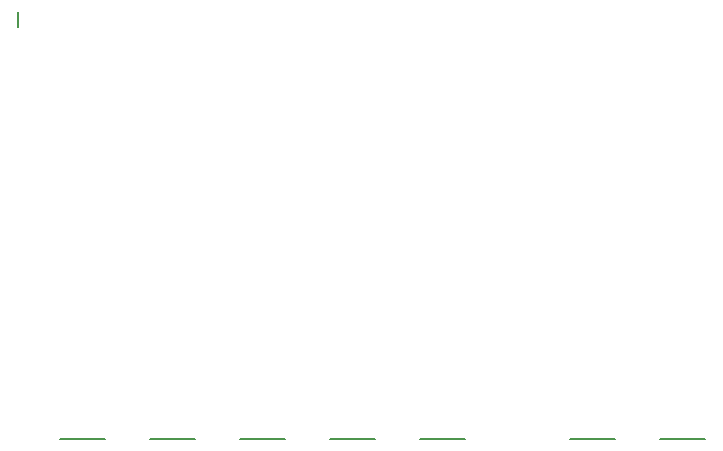
<source format=gbo>
G75*
%MOIN*%
%OFA0B0*%
%FSLAX25Y25*%
%IPPOS*%
%LPD*%
%AMOC8*
5,1,8,0,0,1.08239X$1,22.5*
%
%ADD10C,0.00800*%
D10*
X0113500Y0086000D02*
X0128500Y0086000D01*
X0143500Y0086000D02*
X0158500Y0086000D01*
X0173500Y0086000D02*
X0188500Y0086000D01*
X0203500Y0086000D02*
X0218500Y0086000D01*
X0233500Y0086000D02*
X0248500Y0086000D01*
X0283500Y0086000D02*
X0298500Y0086000D01*
X0313500Y0086000D02*
X0328500Y0086000D01*
X0099681Y0223500D02*
X0099681Y0228500D01*
M02*

</source>
